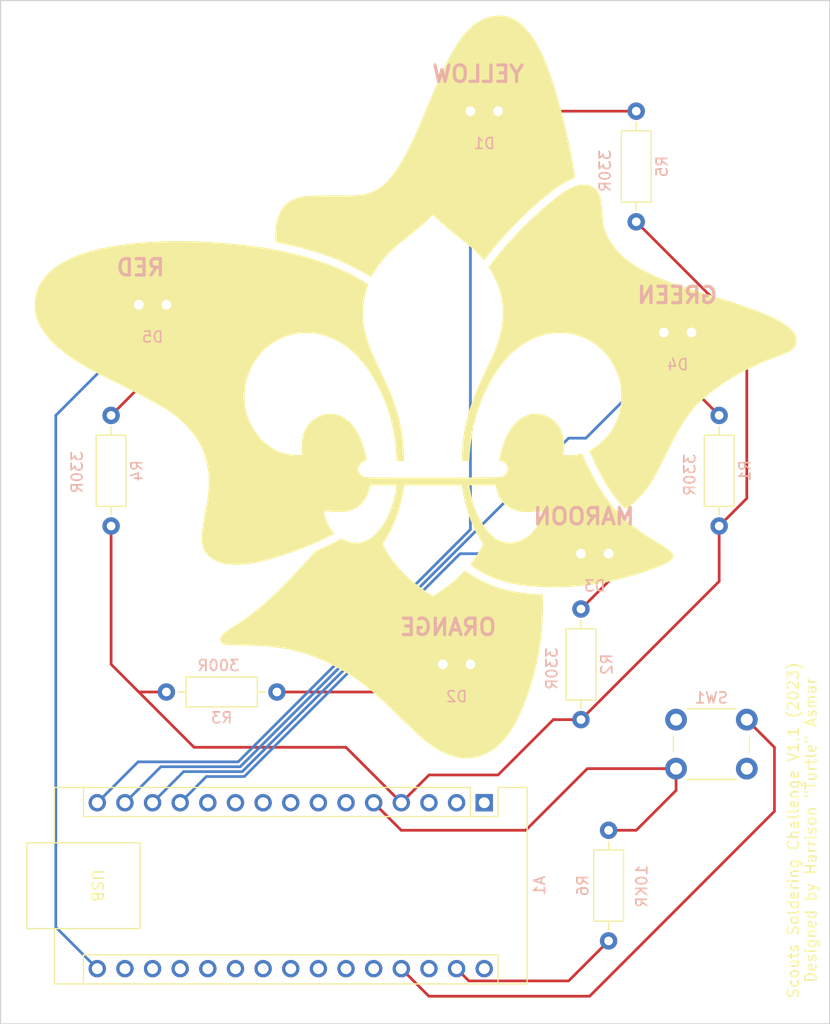
<source format=kicad_pcb>
(kicad_pcb (version 20221018) (generator pcbnew)
  (layers (0 "F.Cu" signal) (31 "B.Cu" signal) (34 "B.Paste" user) (35 "F.Paste" user) (36 "B.SilkS" user "B.Silkscreen") (37 "F.SilkS" user "F.Silkscreen") (38 "B.Mask" user) (39 "F.Mask" user) (44 "Edge.Cuts" user))
  (net 0 "")
  (net 4 "Net-(A1-GND-Pad4)")
  (net 5 "Net-(A1-D2)")
  (net 12 "Net-(A1-D9)")
  (net 13 "Net-(A1-D10)")
  (net 14 "Net-(A1-D11)")
  (net 15 "Net-(A1-D12)")
  (net 16 "Net-(A1-D13)")
  (net 27 "Net-(A1-+5V)")
  (net 29 "Net-(A1-GND-Pad29)")
  (net 31 "Net-(D1-K)")
  (net 32 "Net-(D2-K)")
  (net 33 "Net-(D3-K)")
  (net 34 "Net-(D4-K)")
  (net 35 "Net-(D5-K)")
  (footprint "Resistor_THT:R_Axial_DIN0207_L6.3mm_D2.5mm_P10.16mm_Horizontal" (layer "F.Cu") (at 182.88 86.36 -90)
    (fp_text reference "R1" (at 5.08 -2.37 -270) (layer "B.SilkS") (effects (justify mirror)))
    (fp_text value "330R")
    (fp_line (start 1.04 0) (end 1.81 0) (stroke (width 0.12)) (layer "F.SilkS"))
    (fp_line (start 1.81 -1.37) (end 1.81 1.37) (stroke (width 0.12)) (layer "F.SilkS"))
    (fp_line (start 1.81 1.37) (end 8.35 1.37) (stroke (width 0.12)) (layer "F.SilkS"))
    (fp_line (start 8.35 -1.37) (end 1.81 -1.37) (stroke (width 0.12)) (layer "F.SilkS"))
    (fp_line (start 8.35 1.37) (end 8.35 -1.37) (stroke (width 0.12)) (layer "F.SilkS"))
    (fp_line (start 9.12 0) (end 8.35 0) (stroke (width 0.12)) (layer "F.SilkS"))
    (pad "1" thru_hole circle (at 0 0 270) (size 1.6 1.6) (drill 0.8) (layers "*.Cu" "*.Mask") (net 34 "Net-(D4-K)"))
    (pad "2" thru_hole oval (at 10.16 0 270) (size 1.6 1.6) (drill 0.8) (layers "*.Cu" "*.Mask") (net 4 "Net-(A1-GND-Pad4)"))
  )
  (footprint "Resistor_THT:R_Axial_DIN0207_L6.3mm_D2.5mm_P10.16mm_Horizontal" (layer "F.Cu") (at 175.26 58.42 -90)
    (fp_text reference "R5" (at 5.08 -2.37 -270) (layer "B.SilkS") (effects (justify mirror)))
    (fp_text value "330R")
    (fp_line (start 1.04 0) (end 1.81 0) (stroke (width 0.12)) (layer "F.SilkS"))
    (fp_line (start 1.81 -1.37) (end 1.81 1.37) (stroke (width 0.12)) (layer "F.SilkS"))
    (fp_line (start 1.81 1.37) (end 8.35 1.37) (stroke (width 0.12)) (layer "F.SilkS"))
    (fp_line (start 8.35 -1.37) (end 1.81 -1.37) (stroke (width 0.12)) (layer "F.SilkS"))
    (fp_line (start 8.35 1.37) (end 8.35 -1.37) (stroke (width 0.12)) (layer "F.SilkS"))
    (fp_line (start 9.12 0) (end 8.35 0) (stroke (width 0.12)) (layer "F.SilkS"))
    (pad "1" thru_hole circle (at 0 0 270) (size 1.6 1.6) (drill 0.8) (layers "*.Cu" "*.Mask") (net 31 "Net-(D1-K)"))
    (pad "2" thru_hole oval (at 10.16 0 270) (size 1.6 1.6) (drill 0.8) (layers "*.Cu" "*.Mask") (net 4 "Net-(A1-GND-Pad4)"))
  )
  (footprint "Resistor_THT:R_Axial_DIN0207_L6.3mm_D2.5mm_P10.16mm_Horizontal" (layer "F.Cu") (at 142.24 111.76 180)
    (fp_text reference "R3" (at 5.08 -2.37) (layer "B.SilkS") (effects (justify mirror)))
    (fp_text value "330R")
    (fp_line (start 1.04 0) (end 1.81 0) (stroke (width 0.12)) (layer "F.SilkS"))
    (fp_line (start 1.81 -1.37) (end 1.81 1.37) (stroke (width 0.12)) (layer "F.SilkS"))
    (fp_line (start 1.81 1.37) (end 8.35 1.37) (stroke (width 0.12)) (layer "F.SilkS"))
    (fp_line (start 8.35 -1.37) (end 1.81 -1.37) (stroke (width 0.12)) (layer "F.SilkS"))
    (fp_line (start 8.35 1.37) (end 8.35 -1.37) (stroke (width 0.12)) (layer "F.SilkS"))
    (fp_line (start 9.12 0) (end 8.35 0) (stroke (width 0.12)) (layer "F.SilkS"))
    (pad "1" thru_hole circle (at 0 0 180) (size 1.6 1.6) (drill 0.8) (layers "*.Cu" "*.Mask") (net 32 "Net-(D2-K)"))
    (pad "2" thru_hole oval (at 10.16 0 180) (size 1.6 1.6) (drill 0.8) (layers "*.Cu" "*.Mask") (net 4 "Net-(A1-GND-Pad4)"))
  )
  (footprint "Resistor_THT:R_Axial_DIN0207_L6.3mm_D2.5mm_P10.16mm_Horizontal" (layer "F.Cu") (at 170.18 104.14 -90)
    (fp_text reference "R2" (at 5.08 -2.37 -270) (layer "B.SilkS") (effects (justify mirror)))
    (fp_text value "330R")
    (fp_line (start 1.04 0) (end 1.81 0) (stroke (width 0.12)) (layer "F.SilkS"))
    (fp_line (start 1.81 -1.37) (end 1.81 1.37) (stroke (width 0.12)) (layer "F.SilkS"))
    (fp_line (start 1.81 1.37) (end 8.35 1.37) (stroke (width 0.12)) (layer "F.SilkS"))
    (fp_line (start 8.35 -1.37) (end 1.81 -1.37) (stroke (width 0.12)) (layer "F.SilkS"))
    (fp_line (start 8.35 1.37) (end 8.35 -1.37) (stroke (width 0.12)) (layer "F.SilkS"))
    (fp_line (start 9.12 0) (end 8.35 0) (stroke (width 0.12)) (layer "F.SilkS"))
    (pad "1" thru_hole circle (at 0 0 270) (size 1.6 1.6) (drill 0.8) (layers "*.Cu" "*.Mask") (net 33 "Net-(D3-K)"))
    (pad "2" thru_hole oval (at 10.16 0 270) (size 1.6 1.6) (drill 0.8) (layers "*.Cu" "*.Mask") (net 4 "Net-(A1-GND-Pad4)"))
  )
  (footprint "Resistor_THT:R_Axial_DIN0207_L6.3mm_D2.5mm_P10.16mm_Horizontal" (layer "F.Cu") (at 127 86.36 -90)
    (fp_text reference "R4" (at 5.08 -2.37 -270) (layer "B.SilkS") (effects (justify mirror)))
    (fp_text value "330R")
    (fp_line (start 1.04 0) (end 1.81 0) (stroke (width 0.12)) (layer "F.SilkS"))
    (fp_line (start 1.81 -1.37) (end 1.81 1.37) (stroke (width 0.12)) (layer "F.SilkS"))
    (fp_line (start 1.81 1.37) (end 8.35 1.37) (stroke (width 0.12)) (layer "F.SilkS"))
    (fp_line (start 8.35 -1.37) (end 1.81 -1.37) (stroke (width 0.12)) (layer "F.SilkS"))
    (fp_line (start 8.35 1.37) (end 8.35 -1.37) (stroke (width 0.12)) (layer "F.SilkS"))
    (fp_line (start 9.12 0) (end 8.35 0) (stroke (width 0.12)) (layer "F.SilkS"))
    (pad "1" thru_hole circle (at 0 0 270) (size 1.6 1.6) (drill 0.8) (layers "*.Cu" "*.Mask") (net 35 "Net-(D5-K)"))
    (pad "2" thru_hole oval (at 10.16 0 270) (size 1.6 1.6) (drill 0.8) (layers "*.Cu" "*.Mask") (net 4 "Net-(A1-GND-Pad4)"))
  )
  (footprint "Resistor_THT:R_Axial_DIN0207_L6.3mm_D2.5mm_P10.16mm_Horizontal" (layer "F.Cu") (at 172.72 134.62 90)
    (fp_text reference "R6" (at 5.08 -2.37 90) (layer "B.SilkS") (effects (justify mirror)))
    (fp_text value "10KR")
    (fp_line (start 1.04 0) (end 1.81 0) (stroke (width 0.12)) (layer "F.SilkS"))
    (fp_line (start 1.81 -1.37) (end 1.81 1.37) (stroke (width 0.12)) (layer "F.SilkS"))
    (fp_line (start 1.81 1.37) (end 8.35 1.37) (stroke (width 0.12)) (layer "F.SilkS"))
    (fp_line (start 8.35 -1.37) (end 1.81 -1.37) (stroke (width 0.12)) (layer "F.SilkS"))
    (fp_line (start 8.35 1.37) (end 8.35 -1.37) (stroke (width 0.12)) (layer "F.SilkS"))
    (fp_line (start 9.12 0) (end 8.35 0) (stroke (width 0.12)) (layer "F.SilkS"))
    (pad "1" thru_hole circle (at 0 0 90) (size 1.6 1.6) (drill 0.8) (layers "*.Cu" "*.Mask") (net 29 "Net-(A1-GND-Pad29)"))
    (pad "2" thru_hole oval (at 10.16 0 90) (size 1.6 1.6) (drill 0.8) (layers "*.Cu" "*.Mask") (net 5 "Net-(A1-D2)"))
  )
  (footprint "LED_THT:LED_D3.0mm" (layer "F.Cu") (at 132.08 76.2 180)
    (fp_text reference "D5" (at 1.27 -2.96) (layer "B.SilkS") (effects (justify mirror)))
    (fp_text value "RED LED")
    (fp_line (start -0.29 -1.236) (end -0.29 -1.08) (stroke (width 0.12)) (layer "F.SilkS"))
    (fp_line (start -0.29 1.08) (end -0.29 1.236) (stroke (width 0.12)) (layer "F.SilkS"))
    (fp_arc (start -0.29 -1.235516) (mid 1.366487 -1.987659) (end 2.942335 -1.078608) (stroke (width 0.12)) (layer "F.SilkS"))
    (fp_arc (start 0.229039 -1.08) (mid 1.270117 -1.5) (end 2.31113 -1.079837) (stroke (width 0.12)) (layer "F.SilkS"))
    (fp_arc (start 2.31113 1.079837) (mid 1.270117 1.5) (end 0.229039 1.08) (stroke (width 0.12)) (layer "F.SilkS"))
    (fp_arc (start 2.942335 1.078608) (mid 1.366487 1.987659) (end -0.29 1.235516) (stroke (width 0.12)) (layer "F.SilkS"))
    (pad "1" thru_hole rect (at 0 0 180) (size 1.8 1.8) (drill 0.9) (layers "*.Cu" "*.Mask") (net 35 "Net-(D5-K)"))
    (pad "2" thru_hole circle (at 2.54 0 180) (size 1.8 1.8) (drill 0.9) (layers "*.Cu" "*.Mask") (net 16 "Net-(A1-D13)"))
  )
  (footprint "LED_THT:LED_D3.0mm" (layer "F.Cu") (at 180.34 78.74 180)
    (fp_text reference "D4" (at 1.27 -2.96) (layer "B.SilkS") (effects (justify mirror)))
    (fp_text value "GREEN LED")
    (fp_line (start -0.29 -1.236) (end -0.29 -1.08) (stroke (width 0.12)) (layer "F.SilkS"))
    (fp_line (start -0.29 1.08) (end -0.29 1.236) (stroke (width 0.12)) (layer "F.SilkS"))
    (fp_arc (start -0.29 -1.235516) (mid 1.366487 -1.987659) (end 2.942335 -1.078608) (stroke (width 0.12)) (layer "F.SilkS"))
    (fp_arc (start 0.229039 -1.08) (mid 1.270117 -1.5) (end 2.31113 -1.079837) (stroke (width 0.12)) (layer "F.SilkS"))
    (fp_arc (start 2.31113 1.079837) (mid 1.270117 1.5) (end 0.229039 1.08) (stroke (width 0.12)) (layer "F.SilkS"))
    (fp_arc (start 2.942335 1.078608) (mid 1.366487 1.987659) (end -0.29 1.235516) (stroke (width 0.12)) (layer "F.SilkS"))
    (pad "1" thru_hole rect (at 0 0 180) (size 1.8 1.8) (drill 0.9) (layers "*.Cu" "*.Mask") (net 34 "Net-(D4-K)"))
    (pad "2" thru_hole circle (at 2.54 0 180) (size 1.8 1.8) (drill 0.9) (layers "*.Cu" "*.Mask") (net 14 "Net-(A1-D11)"))
  )
  (footprint "LED_THT:LED_D3.0mm" (layer "F.Cu") (at 162.56 58.42 180)
    (fp_text reference "D1" (at 1.27 -2.96) (layer "B.SilkS") (effects (justify mirror)))
    (fp_text value "YELLOW LED")
    (fp_line (start -0.29 -1.236) (end -0.29 -1.08) (stroke (width 0.12)) (layer "F.SilkS"))
    (fp_line (start -0.29 1.08) (end -0.29 1.236) (stroke (width 0.12)) (layer "F.SilkS"))
    (fp_arc (start -0.29 -1.235516) (mid 1.366487 -1.987659) (end 2.942335 -1.078608) (stroke (width 0.12)) (layer "F.SilkS"))
    (fp_arc (start 0.229039 -1.08) (mid 1.270117 -1.5) (end 2.31113 -1.079837) (stroke (width 0.12)) (layer "F.SilkS"))
    (fp_arc (start 2.31113 1.079837) (mid 1.270117 1.5) (end 0.229039 1.08) (stroke (width 0.12)) (layer "F.SilkS"))
    (fp_arc (start 2.942335 1.078608) (mid 1.366487 1.987659) (end -0.29 1.235516) (stroke (width 0.12)) (layer "F.SilkS"))
    (pad "1" thru_hole rect (at 0 0 180) (size 1.8 1.8) (drill 0.9) (layers "*.Cu" "*.Mask") (net 31 "Net-(D1-K)"))
    (pad "2" thru_hole circle (at 2.54 0 180) (size 1.8 1.8) (drill 0.9) (layers "*.Cu" "*.Mask") (net 15 "Net-(A1-D12)"))
  )
  (footprint "Module:Arduino_Nano" (layer "F.Cu") (at 161.29 121.93 -90)
    (fp_text reference "A1" (at 7.62 -5.08 -270) (layer "B.SilkS") (effects (justify mirror)))
    (fp_text value "Arduino_Nano_v2.x")
    (fp_text user "USB" (at 7.62 35.56 -90 unlocked) (layer "F.SilkS"))
    (fp_line (start -1.4 -3.94) (end -1.4 -1.27) (stroke (width 0.12)) (layer "F.SilkS"))
    (fp_line (start -1.4 1.27) (end -1.4 39.5) (stroke (width 0.12)) (layer "F.SilkS"))
    (fp_line (start -1.4 39.5) (end 3.68 39.5) (stroke (width 0.12)) (layer "F.SilkS"))
    (fp_line (start 1.27 -1.27) (end -1.4 -1.27) (stroke (width 0.12)) (layer "F.SilkS"))
    (fp_line (start 1.27 1.27) (end -1.4 1.27) (stroke (width 0.12)) (layer "F.SilkS"))
    (fp_line (start 1.27 1.27) (end 1.27 -1.27) (stroke (width 0.12)) (layer "F.SilkS"))
    (fp_line (start 1.27 1.27) (end 1.27 36.83) (stroke (width 0.12)) (layer "F.SilkS"))
    (fp_line (start 1.27 36.83) (end -1.4 36.83) (stroke (width 0.12)) (layer "F.SilkS"))
    (fp_line (start 3.68 31.62) (end 11.56 31.62) (stroke (width 0.12)) (layer "F.SilkS"))
    (fp_line (start 3.68 42.04) (end 3.68 31.62) (stroke (width 0.12)) (layer "F.SilkS"))
    (fp_line (start 11.56 31.62) (end 11.56 42.04) (stroke (width 0.12)) (layer "F.SilkS"))
    (fp_line (start 11.56 42.04) (end 3.68 42.04) (stroke (width 0.12)) (layer "F.SilkS"))
    (fp_line (start 13.97 -1.27) (end 13.97 36.83) (stroke (width 0.12)) (layer "F.SilkS"))
    (fp_line (start 13.97 -1.27) (end 16.64 -1.27) (stroke (width 0.12)) (layer "F.SilkS"))
    (fp_line (start 13.97 36.83) (end 16.64 36.83) (stroke (width 0.12)) (layer "F.SilkS"))
    (fp_line (start 16.64 -3.94) (end -1.4 -3.94) (stroke (width 0.12)) (layer "F.SilkS"))
    (fp_line (start 16.64 39.5) (end 11.56 39.5) (stroke (width 0.12)) (layer "F.SilkS"))
    (fp_line (start 16.64 39.5) (end 16.64 -3.94) (stroke (width 0.12)) (layer "F.SilkS"))
    (pad "1" thru_hole rect (at 0 0 270) (size 1.6 1.6) (drill 1) (layers "*.Cu" "*.Mask"))
    (pad "2" thru_hole oval (at 0 2.54 270) (size 1.6 1.6) (drill 1) (layers "*.Cu" "*.Mask"))
    (pad "3" thru_hole oval (at 0 5.08 270) (size 1.6 1.6) (drill 1) (layers "*.Cu" "*.Mask"))
    (pad "4" thru_hole oval (at 0 7.62 270) (size 1.6 1.6) (drill 1) (layers "*.Cu" "*.Mask") (net 4 "Net-(A1-GND-Pad4)"))
    (pad "5" thru_hole oval (at 0 10.16 270) (size 1.6 1.6) (drill 1) (layers "*.Cu" "*.Mask") (net 5 "Net-(A1-D2)"))
    (pad "6" thru_hole oval (at 0 12.7 270) (size 1.6 1.6) (drill 1) (layers "*.Cu" "*.Mask"))
    (pad "7" thru_hole oval (at 0 15.24 270) (size 1.6 1.6) (drill 1) (layers "*.Cu" "*.Mask"))
    (pad "8" thru_hole oval (at 0 17.78 270) (size 1.6 1.6) (drill 1) (layers "*.Cu" "*.Mask"))
    (pad "9" thru_hole oval (at 0 20.32 270) (size 1.6 1.6) (drill 1) (layers "*.Cu" "*.Mask"))
    (pad "10" thru_hole oval (at 0 22.86 270) (size 1.6 1.6) (drill 1) (layers "*.Cu" "*.Mask"))
    (pad "11" thru_hole oval (at 0 25.4 270) (size 1.6 1.6) (drill 1) (layers "*.Cu" "*.Mask"))
    (pad "12" thru_hole oval (at 0 27.94 270) (size 1.6 1.6) (drill 1) (layers "*.Cu" "*.Mask") (net 12 "Net-(A1-D9)"))
    (pad "13" thru_hole oval (at 0 30.48 270) (size 1.6 1.6) (drill 1) (layers "*.Cu" "*.Mask") (net 13 "Net-(A1-D10)"))
    (pad "14" thru_hole oval (at 0 33.02 270) (size 1.6 1.6) (drill 1) (layers "*.Cu" "*.Mask") (net 14 "Net-(A1-D11)"))
    (pad "15" thru_hole oval (at 0 35.56 270) (size 1.6 1.6) (drill 1) (layers "*.Cu" "*.Mask") (net 15 "Net-(A1-D12)"))
    (pad "16" thru_hole oval (at 15.24 35.56 270) (size 1.6 1.6) (drill 1) (layers "*.Cu" "*.Mask") (net 16 "Net-(A1-D13)"))
    (pad "17" thru_hole oval (at 15.24 33.02 270) (size 1.6 1.6) (drill 1) (layers "*.Cu" "*.Mask"))
    (pad "18" thru_hole oval (at 15.24 30.48 270) (size 1.6 1.6) (drill 1) (layers "*.Cu" "*.Mask"))
    (pad "19" thru_hole oval (at 15.24 27.94 270) (size 1.6 1.6) (drill 1) (layers "*.Cu" "*.Mask"))
    (pad "20" thru_hole oval (at 15.24 25.4 270) (size 1.6 1.6) (drill 1) (layers "*.Cu" "*.Mask"))
    (pad "21" thru_hole oval (at 15.24 22.86 270) (size 1.6 1.6) (drill 1) (layers "*.Cu" "*.Mask"))
    (pad "22" thru_hole oval (at 15.24 20.32 270) (size 1.6 1.6) (drill 1) (layers "*.Cu" "*.Mask"))
    (pad "23" thru_hole oval (at 15.24 17.78 270) (size 1.6 1.6) (drill 1) (layers "*.Cu" "*.Mask"))
    (pad "24" thru_hole oval (at 15.24 15.24 270) (size 1.6 1.6) (drill 1) (layers "*.Cu" "*.Mask"))
    (pad "25" thru_hole oval (at 15.24 12.7 270) (size 1.6 1.6) (drill 1) (layers "*.Cu" "*.Mask"))
    (pad "26" thru_hole oval (at 15.24 10.16 270) (size 1.6 1.6) (drill 1) (layers "*.Cu" "*.Mask"))
    (pad "27" thru_hole oval (at 15.24 7.62 270) (size 1.6 1.6) (drill 1) (layers "*.Cu" "*.Mask") (net 27 "Net-(A1-+5V)"))
    (pad "28" thru_hole oval (at 15.24 5.08 270) (size 1.6 1.6) (drill 1) (layers "*.Cu" "*.Mask"))
    (pad "29" thru_hole oval (at 15.24 2.54 270) (size 1.6 1.6) (drill 1) (layers "*.Cu" "*.Mask") (net 29 "Net-(A1-GND-Pad29)"))
    (pad "30" thru_hole oval (at 15.24 0 270) (size 1.6 1.6) (drill 1) (layers "*.Cu" "*.Mask"))
  )
  (footprint "Button_Switch_THT:SW_PUSH_6mm" (layer "F.Cu") (at 178.92 114.3)
    (fp_text reference "SW1" (at 3.25 -2) (layer "B.SilkS") (effects (justify mirror)))
    (fp_text value "SW_Push")
    (fp_line (start -0.25 1.5) (end -0.25 3) (stroke (width 0.12)) (layer "F.SilkS"))
    (fp_line (start 1 5.5) (end 5.5 5.5) (stroke (width 0.12)) (layer "F.SilkS"))
    (fp_line (start 5.5 -1) (end 1 -1) (stroke (width 0.12)) (layer "F.SilkS"))
    (fp_line (start 6.75 3) (end 6.75 1.5) (stroke (width 0.12)) (layer "F.SilkS"))
    (pad "1" thru_hole circle (at 0 0 90) (size 2 2) (drill 1.1) (layers "*.Cu" "*.Mask") (net 27 "Net-(A1-+5V)"))
    (pad "1" thru_hole circle (at 6.5 0 90) (size 2 2) (drill 1.1) (layers "*.Cu" "*.Mask") (net 27 "Net-(A1-+5V)"))
    (pad "2" thru_hole circle (at 0 4.5 90) (size 2 2) (drill 1.1) (layers "*.Cu" "*.Mask") (net 5 "Net-(A1-D2)"))
    (pad "2" thru_hole circle (at 6.5 4.5 90) (size 2 2) (drill 1.1) (layers "*.Cu" "*.Mask") (net 5 "Net-(A1-D2)"))
  )
  (footprint "LED_THT:LED_D3.0mm" (layer "F.Cu") (at 160.02 109.22 180)
    (fp_text reference "D2" (at 1.27 -2.96) (layer "B.SilkS") (effects (justify mirror)))
    (fp_text value "ORANGE LED")
    (fp_line (start -0.29 -1.236) (end -0.29 -1.08) (stroke (width 0.12)) (layer "F.SilkS"))
    (fp_line (start -0.29 1.08) (end -0.29 1.236) (stroke (width 0.12)) (layer "F.SilkS"))
    (fp_arc (start -0.29 -1.235516) (mid 1.366487 -1.987659) (end 2.942335 -1.078608) (stroke (width 0.12)) (layer "F.SilkS"))
    (fp_arc (start 0.229039 -1.08) (mid 1.270117 -1.5) (end 2.31113 -1.079837) (stroke (width 0.12)) (layer "F.SilkS"))
    (fp_arc (start 2.31113 1.079837) (mid 1.270117 1.5) (end 0.229039 1.08) (stroke (width 0.12)) (layer "F.SilkS"))
    (fp_arc (start 2.942335 1.078608) (mid 1.366487 1.987659) (end -0.29 1.235516) (stroke (width 0.12)) (layer "F.SilkS"))
    (pad "1" thru_hole rect (at 0 0 180) (size 1.8 1.8) (drill 0.9) (layers "*.Cu" "*.Mask") (net 32 "Net-(D2-K)"))
    (pad "2" thru_hole circle (at 2.54 0 180) (size 1.8 1.8) (drill 0.9) (layers "*.Cu" "*.Mask") (net 12 "Net-(A1-D9)"))
  )
  (footprint "LOGO" (layer "F.Cu") (at 154.94 83.82)
    (fp_text reference "G***" hide)
    (fp_text value "LOGO" hide)
    (fp_poly (pts (xy 8.056055 -34.174768) (xy 8.617099 -34.056656) (xy 9.153495 -33.822443) (xy 9.670926 -33.470609) (xy 9.935612 -33.23951) (xy 10.326372 -32.832045) (xy 10.701387 -32.357124) (xy 11.063061 -31.809205) (xy 11.413796 -31.182747) (xy 11.755997 -30.472207) (xy 12.092068 -29.672044) (xy 12.424412 -28.776716) (xy 12.755433 -27.78068) (xy 13.087535 -26.678395) (xy 13.423121 -25.464319) (xy 13.596951 -24.798104) (xy 13.722177 -24.294874) (xy 13.85122 -23.749884) (xy 13.981038 -23.178255) (xy 14.108593 -22.595109) (xy 14.230842 -22.015569) (xy 14.344747 -21.454755) (xy 14.447267 -20.92779) (xy 14.53536 -20.449795) (xy 14.605988 -20.035893) (xy 14.65611 -19.701205) (xy 14.682684 -19.460853) (xy 14.686192 -19.380504) (xy 14.671883 -19.294203) (xy 14.61244 -19.22705) (xy 14.48322 -19.160634) (xy 14.297418 -19.090039) (xy 13.926742 -18.923967) (xy 13.491111 -18.671765) (xy 12.999943 -18.341959) (xy 12.462657 -17.943075) (xy 11.888671 -17.483639) (xy 11.287403 -16.972176) (xy 10.668271 -16.417213) (xy 10.040695 -15.827276) (xy 9.414092 -15.21089) (xy 8.797882 -14.576582) (xy 8.201481 -13.932877) (xy 7.634309 -13.288301) (xy 7.105783 -12.651381) (xy 6.906045 -12.399052) (xy 6.712388 -12.15424) (xy 6.543641 -11.94746) (xy 6.413923 -11.795513) (xy 6.337352 -11.715201) (xy 6.324392 -11.706872) (xy 6.269554 -11.749389) (xy 6.155408 -11.863933) (xy 6.000826 -12.030992) (xy 5.887783 -12.158294) (xy 5.760597 -12.300204) (xy 5.629664 -12.437234) (xy 5.483489 -12.579296) (xy 5.310581 -12.7363) (xy 5.099448 -12.918157) (xy 4.838596 -13.134779) (xy 4.516535 -13.396077) (xy 4.12177 -13.711961) (xy 3.671564 -14.069554) (xy 3.340911 -14.337093) (xy 2.97572 -14.641489) (xy 2.617382 -14.947743) (xy 2.307292 -15.220857) (xy 2.269114 -15.255337) (xy 1.619033 -15.844811) (xy 1.155607 -15.397012) (xy 0.820944 -15.08437) (xy 0.4374 -14.74706) (xy -0.007625 -14.374542) (xy -0.526733 -13.95628) (xy -1.132524 -13.481735) (xy -1.160751 -13.459874) (xy -1.793981 -12.932467) (xy -2.384138 -12.367785) (xy -2.915236 -11.783884) (xy -3.371288 -11.198819) (xy -3.736309 -10.630645) (xy -3.845333 -10.427843) (xy -3.935756 -10.278403) (xy -4.018496 -10.188763) (xy -4.048972 -10.176821) (xy -4.135382 -10.209715) (xy -4.287614 -10.290794) (xy -4.454028 -10.390933) (xy -4.697214 -10.534476) (xy -5.025044 -10.713377) (xy -5.411835 -10.914841) (xy -5.831904 -11.126073) (xy -6.259566 -11.334279) (xy -6.669137 -11.526664) (xy -7.034934 -11.690433) (xy -7.216354 -11.767034) (xy -8.160261 -12.125511) (xy -9.192384 -12.466415) (xy -10.280826 -12.780239) (xy -11.393696 -13.057475) (xy -11.96678 -13.183048) (xy -12.263425 -13.24719) (xy -12.516714 -13.306249) (xy -12.703716 -13.354558) (xy -12.801497 -13.386449) (xy -12.809434 -13.39131) (xy -12.832803 -13.476678) (xy -12.844032 -13.655833) (xy -12.844281 -13.90292) (xy -12.834707 -14.192083) (xy -12.81647 -14.497467) (xy -12.790727 -14.793218) (xy -12.758638 -15.053479) (xy -12.727131 -15.227962) (xy -12.545497 -15.836596) (xy -12.294519 -16.348694) (xy -11.968886 -16.769655) (xy -11.563289 -17.104878) (xy -11.072418 -17.359761) (xy -10.490963 -17.539705) (xy -10.442891 -17.550475) (xy -10.3045 -17.577556) (xy -10.152081 -17.599772) (xy -9.972498 -17.617623) (xy -9.752615 -17.631605) (xy -9.479294 -17.642216) (xy -9.139399 -17.649953) (xy -8.719794 -17.655315) (xy -8.207343 -17.658799) (xy -7.588909 -17.660902) (xy -7.523696 -17.661049) (xy -6.902345 -17.662916) (xy -6.388294 -17.66591) (xy -5.968469 -17.670554) (xy -5.629791 -17.677372) (xy -5.359185 -17.686888) (xy -5.143575 -17.699626) (xy -4.969884 -17.71611) (xy -4.825035 -17.736864) (xy -4.695952 -17.762412) (xy -4.634597 -17.776815) (xy -4.097016 -17.94338) (xy -3.594935 -18.174944) (xy -3.121304 -18.478688) (xy -2.669072 -18.861793) (xy -2.231188 -19.33144) (xy -1.8006 -19.894809) (xy -1.370258 -20.559083) (xy -0.93311 -21.331442) (xy -0.695465 -21.788625) (xy -0.530137 -22.116915) (xy -0.379648 -22.420665) (xy -0.237812 -22.713759) (xy -0.098449 -23.010083) (xy 0.044626 -23.32352) (xy 0.197596 -23.667955) (xy 0.366643 -24.057274) (xy 0.557951 -24.505361) (xy 0.777702 -25.026101) (xy 1.032081 -25.633379) (xy 1.26118 -26.182464) (xy 1.479092 -26.702456) (xy 1.699944 -27.224209) (xy 1.915435 -27.728481) (xy 2.117267 -28.196033) (xy 2.297137 -28.607622) (xy 2.446746 -28.944008) (xy 2.546454 -29.161848) (xy 3.012966 -30.113033) (xy 3.46919 -30.94997) (xy 3.919682 -31.677873) (xy 4.369002 -32.301954) (xy 4.821707 -32.827425) (xy 5.282356 -33.259501) (xy 5.755507 -33.603392) (xy 6.245719 -33.864313) (xy 6.757548 -34.047475) (xy 6.837296 -34.068776) (xy 7.464681 -34.178302)) (fill solid) (layer "F.SilkS"))
    (fp_poly (pts (xy 15.899154 -18.625348) (xy 16.217101 -18.512882) (xy 16.48552 -18.349782) (xy 16.703565 -18.141085) (xy 16.876434 -17.874212) (xy 17.009325 -17.536581) (xy 17.107437 -17.115611) (xy 17.175969 -16.598721) (xy 17.213319 -16.101895) (xy 17.255809 -15.53253) (xy 17.312618 -15.076503) (xy 17.38455 -14.727531) (xy 17.39296 -14.69703) (xy 17.656502 -13.978483) (xy 18.028127 -13.302025) (xy 18.509105 -12.666329) (xy 19.100704 -12.070067) (xy 19.804194 -11.511912) (xy 20.620843 -10.990536) (xy 21.267552 -10.643212) (xy 21.664656 -10.449125) (xy 22.065221 -10.264355) (xy 22.481423 -10.084453) (xy 22.925438 -9.904969) (xy 23.409439 -9.721452) (xy 23.945603 -9.529452) (xy 24.546104 -9.324521) (xy 25.223117 -9.102207) (xy 25.988818 -8.858061) (xy 26.855382 -8.587632) (xy 27.089855 -8.515198) (xy 28.143553 -8.186265) (xy 29.089195 -7.882349) (xy 29.935739 -7.600198) (xy 30.69214 -7.336556) (xy 31.367354 -7.088169) (xy 31.970339 -6.851782) (xy 32.510051 -6.624141) (xy 32.995446 -6.401992) (xy 33.252728 -6.275834) (xy 33.817035 -5.958707) (xy 34.281024 -5.627715) (xy 34.641749 -5.287323) (xy 34.896264 -4.941996) (xy 35.041626 -4.596199) (xy 35.074888 -4.254396) (xy 34.993105 -3.921053) (xy 34.910476 -3.762694) (xy 34.785115 -3.597585) (xy 34.615728 -3.447742) (xy 34.386513 -3.304165) (xy 34.081669 -3.157851) (xy 33.685394 -2.999798) (xy 33.374167 -2.88751) (xy 32.041478 -2.376094) (xy 30.763936 -1.797269) (xy 29.553797 -1.157981) (xy 28.423315 -0.465176) (xy 27.384745 0.274198) (xy 26.498664 1.009581) (xy 26.104597 1.381452) (xy 25.734846 1.770352) (xy 25.381305 2.188299) (xy 25.035872 2.647316) (xy 24.690442 3.159424) (xy 24.336911 3.736642) (xy 23.967175 4.390993) (xy 23.57313 5.134498) (xy 23.146673 5.979176) (xy 23.141876 5.988863) (xy 22.79957 6.675988) (xy 22.500115 7.266012) (xy 22.236027 7.771181) (xy 21.999818 8.203743) (xy 21.784003 8.575944) (xy 21.581094 8.900032) (xy 21.383607 9.188253) (xy 21.184053 9.452856) (xy 20.974948 9.706086) (xy 20.748805 9.960192) (xy 20.647438 10.069593) (xy 20.460257 10.257536) (xy 20.238729 10.461382) (xy 20.003375 10.664435) (xy 19.774715 10.850001) (xy 19.573271 11.001384) (xy 19.419564 11.101891) (xy 19.337786 11.135071) (xy 19.268765 11.093442) (xy 19.144683 10.983173) (xy 18.989782 10.826197) (xy 18.955267 10.788981) (xy 18.643504 10.425994) (xy 18.303359 9.990542) (xy 17.960515 9.517717) (xy 17.640657 9.042607) (xy 17.434516 8.711286) (xy 17.311264 8.495352) (xy 17.160806 8.217293) (xy 16.991829 7.894697) (xy 16.813016 7.545155) (xy 16.633052 7.186254) (xy 16.460623 6.835584) (xy 16.304412 6.510735) (xy 16.173104 6.229296) (xy 16.075385 6.008856) (xy 16.019938 5.867003) (xy 16.01057 5.827357) (xy 16.06023 5.760212) (xy 16.189505 5.664027) (xy 16.348038 5.57184) (xy 16.599081 5.412306) (xy 16.893879 5.180512) (xy 17.20539 4.901563) (xy 17.506573 4.600558) (xy 17.770388 4.302601) (xy 17.908343 4.123404) (xy 18.183553 3.685936) (xy 18.441961 3.180144) (xy 18.659136 2.657838) (xy 18.788354 2.257109) (xy 18.866659 1.861932) (xy 18.915198 1.387184) (xy 18.933974 0.869935) (xy 18.922992 0.347254) (xy 18.882256 -0.14379) (xy 18.81177 -0.566126) (xy 18.788038 -0.662085) (xy 18.640141 -1.118772) (xy 18.439386 -1.608396) (xy 18.2063 -2.086858) (xy 17.961409 -2.510059) (xy 17.853701 -2.669499) (xy 17.628686 -2.951212) (xy 17.340836 -3.265012) (xy 17.022785 -3.578788) (xy 16.70717 -3.860432) (xy 16.426628 -4.077835) (xy 16.41209 -4.087818) (xy 16.020977 -4.321002) (xy 15.557913 -4.544788) (xy 15.070773 -4.738245) (xy 14.607431 -4.880438) (xy 14.588568 -4.885133) (xy 14.029864 -4.982481) (xy 13.41113 -5.021959) (xy 12.777648 -5.004016) (xy 12.174697 -4.9291) (xy 11.850191 -4.857985) (xy 11.03056 -4.580481) (xy 10.246463 -4.18953) (xy 9.500431 -3.687449) (xy 8.794997 -3.076558) (xy 8.132692 -2.359176) (xy 7.516046 -1.537621) (xy 6.947593 -0.614213) (xy 6.69087 -0.132082) (xy 6.133725 1.089923) (xy 5.68914 2.342539) (xy 5.354882 3.633829) (xy 5.128722 4.971853) (xy 5.042 5.825977) (xy 4.971074 6.746504) (xy 4.637315 6.728821) (xy 4.303555 6.711138) (xy 4.313798 6.006866) (xy 4.38919 4.809088) (xy 4.580389 3.585285) (xy 4.886561 2.339215) (xy 5.306877 1.074634) (xy 5.530079 0.507704) (xy 5.642826 0.243376) (xy 5.796185 -0.103094) (xy 5.978254 -0.505525) (xy 6.177133 -0.937737) (xy 6.380921 -1.37355) (xy 6.48589 -1.595023) (xy 6.681034 -2.008262) (xy 6.871702 -2.418683) (xy 7.047498 -2.803402) (xy 7.198021 -3.139535) (xy 7.312873 -3.404198) (xy 7.361101 -3.52109) (xy 7.706779 -4.517691) (xy 7.937224 -5.483227) (xy 8.052638 -6.420782) (xy 8.053222 -7.333437) (xy 7.939178 -8.224275) (xy 7.723107 -9.058531) (xy 7.595007 -9.405576) (xy 7.422178 -9.808612) (xy 7.225674 -10.222815) (xy 7.02655 -10.603358) (xy 6.881629 -10.850086) (xy 6.732865 -11.085743) (xy 7.083139 -11.545662) (xy 7.633124 -12.240442) (xy 8.236314 -12.953207) (xy 8.880463 -13.672165) (xy 9.553327 -14.385523) (xy 10.242662 -15.081488) (xy 10.936224 -15.748267) (xy 11.621768 -16.374069) (xy 12.28705 -16.947099) (xy 12.919826 -17.455566) (xy 13.507852 -17.887676) (xy 14.002698 -18.21) (xy 14.501305 -18.461611) (xy 14.992808 -18.615968) (xy 15.463369 -18.671178)) (fill solid) (layer "F.SilkS"))
    (fp_poly (pts (xy -19.554355 -13.424149) (xy -18.009674 -13.332192) (xy -16.428918 -13.192711) (xy -15.709478 -13.11449) (xy -14.108695 -12.897908) (xy -12.564892 -12.624039) (xy -11.085826 -12.295249) (xy -9.679252 -11.913908) (xy -8.352924 -11.482383) (xy -7.1146 -11.003045) (xy -5.972034 -10.478261) (xy -4.93298 -9.9104) (xy -4.65022 -9.7368) (xy -4.456845 -9.609458) (xy -4.351432 -9.521386) (xy -4.31667 -9.45347) (xy -4.334431 -9.388112) (xy -4.401667 -9.22126) (xy -4.478879 -8.964362) (xy -4.559318 -8.646582) (xy -4.636234 -8.297085) (xy -4.702877 -7.945034) (xy -4.752497 -7.619596) (xy -4.762064 -7.540391) (xy -4.795314 -6.798899) (xy -4.738145 -6.001815) (xy -4.593859 -5.169095) (xy -4.365756 -4.320696) (xy -4.112131 -3.611374) (xy -4.003355 -3.350287) (xy -3.854068 -3.007774) (xy -3.676346 -2.610698) (xy -3.482265 -2.185919) (xy -3.283899 -1.760298) (xy -3.205674 -1.595023) (xy -2.904374 -0.95708) (xy -2.650867 -0.409608) (xy -2.437996 0.06403) (xy -2.258604 0.480468) (xy -2.105533 0.856341) (xy -1.971627 1.208285) (xy -1.849729 1.552936) (xy -1.843684 1.570679) (xy -1.490819 2.742873) (xy -1.241121 3.889133) (xy -1.08951 5.036196) (xy -1.041094 5.796522) (xy -1.005017 6.747783) (xy -1.36021 6.72946) (xy -1.715403 6.711138) (xy -1.72904 6.319905) (xy -1.815836 5.168903) (xy -1.992681 4.019928) (xy -2.254273 2.886076) (xy -2.595311 1.78044) (xy -3.010492 0.716113) (xy -3.494515 -0.29381) (xy -4.042077 -1.236237) (xy -4.647876 -2.098073) (xy -5.30661 -2.866226) (xy -5.547079 -3.108958) (xy -6.227323 -3.695861) (xy -6.9477 -4.17905) (xy -7.700047 -4.556412) (xy -8.476203 -4.825834) (xy -9.268005 -4.985206) (xy -10.067293 -5.032413) (xy -10.865904 -4.965344) (xy -11.655676 -4.781886) (xy -11.812955 -4.730666) (xy -12.544378 -4.418986) (xy -13.215679 -4.009957) (xy -13.820271 -3.514051) (xy -14.351567 -2.941739) (xy -14.80298 -2.303492) (xy -15.167923 -1.609781) (xy -15.439809 -0.871078) (xy -15.612052 -0.097854) (xy -15.678063 0.69942) (xy -15.648074 1.366) (xy -15.578125 1.887406) (xy -15.478122 2.33967) (xy -15.334689 2.772869) (xy -15.166976 3.167105) (xy -14.777013 3.89132) (xy -14.315616 4.520371) (xy -13.778385 5.059084) (xy -13.160917 5.512282) (xy -12.876344 5.678424) (xy -12.283743 5.947056) (xy -11.681287 6.106484) (xy -11.036114 6.165172) (xy -10.984597 6.165751) (xy -10.382701 6.169432) (xy -10.404655 5.496063) (xy -10.406568 5.038531) (xy -10.374445 4.659634) (xy -10.301351 4.32072) (xy -10.18035 3.983134) (xy -10.101518 3.806592) (xy -9.838466 3.379377) (xy -9.489317 3.013741) (xy -9.074038 2.720161) (xy -8.612593 2.50911) (xy -8.124948 2.391062) (xy -7.631068 2.376494) (xy -7.427344 2.403611) (xy -6.883264 2.562257) (xy -6.387724 2.828438) (xy -5.940183 3.202816) (xy -5.5401 3.686051) (xy -5.186935 4.278804) (xy -4.880148 4.981737) (xy -4.619198 5.795509) (xy -4.602554 5.856941) (xy -4.515255 6.201429) (xy -4.467044 6.446942) (xy -4.457817 6.608324) (xy -4.487471 6.700421) (xy -4.555901 6.738079) (xy -4.596385 6.741232) (xy -4.783663 6.794688) (xy -4.968642 6.933759) (xy -5.123125 7.1265) (xy -5.218918 7.340963) (xy -5.236493 7.466469) (xy -5.1804 7.719489) (xy -5.027704 7.947933) (xy -4.80178 8.11739) (xy -4.790567 8.122932) (xy -4.747595 8.142816) (xy -4.700931 8.160428) (xy -4.643422 8.175902) (xy -4.567914 8.189373) (xy -4.467252 8.200972) (xy -4.334283 8.210833) (xy -4.161853 8.21909) (xy -3.942807 8.225876) (xy -3.669992 8.231324) (xy -3.336255 8.235568) (xy -2.93444 8.238741) (xy -2.457394 8.240976) (xy -1.897963 8.242406) (xy -1.248993 8.243165) (xy -0.50333 8.243387) (xy 0.346179 8.243204) (xy 1.30669 8.24275) (xy 1.629075 8.242575) (xy 2.70001 8.241613) (xy 3.655662 8.239935) (xy 4.501123 8.23748) (xy 5.241487 8.234187) (xy 5.881848 8.229998) (xy 6.427298 8.224851) (xy 6.882932 8.218686) (xy 7.253843 8.211443) (xy 7.545124 8.203063) (xy 7.761868 8.193485) (xy 7.90917 8.182649) (xy 7.992122 8.170494) (xy 8.003129 8.167338) (xy 8.216358 8.036719) (xy 8.384112 7.828397) (xy 8.477056 7.583961) (xy 8.48673 7.481712) (xy 8.440492 7.208258) (xy 8.315195 6.977779) (xy 8.130964 6.814496) (xy 7.907928 6.742631) (xy 7.871442 6.741232) (xy 7.790937 6.737874) (xy 7.739461 6.716047) (xy 7.71713 6.658126) (xy 7.724059 6.546485) (xy 7.760362 6.363498) (xy 7.826157 6.091539) (xy 7.877009 5.889518) (xy 8.116832 5.094363) (xy 8.409543 4.39401) (xy 8.752569 3.791636) (xy 9.143341 3.290418) (xy 9.579285 2.893534) (xy 10.057832 2.604163) (xy 10.57641 2.425482) (xy 10.700071 2.400553) (xy 11.19799 2.371337) (xy 11.704131 2.449046) (xy 12.191274 2.625563) (xy 12.632198 2.892768) (xy 12.790285 3.02391) (xy 13.142379 3.414137) (xy 13.409404 3.872925) (xy 13.600056 4.415453) (xy 13.610481 4.455827) (xy 13.675549 4.767203) (xy 13.707341 5.075841) (xy 13.706661 5.416017) (xy 13.674316 5.822008) (xy 13.647938 6.049052) (xy 13.651333 6.112676) (xy 13.697689 6.150962) (xy 13.811703 6.172257) (xy 14.018069 6.184911) (xy 14.054266 6.186409) (xy 14.344804 6.182607) (xy 14.672416 6.155532) (xy 14.916013 6.119692) (xy 15.356434 6.035997) (xy 15.543605 6.463851) (xy 15.722147 6.854424) (xy 15.938165 7.299192) (xy 16.177654 7.771604) (xy 16.42661 8.245112) (xy 16.671029 8.693166) (xy 16.896907 9.089216) (xy 17.090241 9.406714) (xy 17.120718 9.453799) (xy 17.572016 10.114894) (xy 18.022043 10.712853) (xy 18.48516 11.260878) (xy 18.975731 11.772171) (xy 19.508119 12.259934) (xy 20.096686 12.73737) (xy 20.755796 13.217681) (xy 21.499811 13.71407) (xy 22.296839 14.211636) (xy 22.77253 14.506306) (xy 23.147974 14.753564) (xy 23.4296 14.961782) (xy 23.623835 15.139331) (xy 23.737109 15.294582) (xy 23.775847 15.435907) (xy 23.74648 15.571678) (xy 23.655433 15.710265) (xy 23.540231 15.830957) (xy 23.33448 15.983643) (xy 23.023806 16.155459) (xy 22.621341 16.342008) (xy 22.140219 16.538893) (xy 21.593574 16.741718) (xy 20.994539 16.946085) (xy 20.356248 17.147597) (xy 19.691835 17.341857) (xy 19.014433 17.52447) (xy 18.337176 17.691036) (xy 17.673198 17.83716) (xy 17.364692 17.898436) (xy 15.731475 18.154691) (xy 14.096651 18.300927) (xy 12.473806 18.336553) (xy 10.876522 18.260978) (xy 10.302049 18.205521) (xy 9.38544 18.080766) (xy 8.560572 17.91597) (xy 7.803638 17.704863) (xy 7.090835 17.441175) (xy 6.650948 17.243908) (xy 6.410328 17.121375) (xy 6.131025 16.967781) (xy 5.839223 16.798831) (xy 5.561108 16.630233) (xy 5.322867 16.477691) (xy 5.150684 16.356914) (xy 5.093942 16.310011) (xy 5.105212 16.244207) (xy 5.176914 16.105194) (xy 5.296372 15.9154) (xy 5.405097 15.759535) (xy 5.596663 15.482404) (xy 5.793462 15.176732) (xy 5.962275 14.894752) (xy 6.011123 14.806635) (xy 6.253729 14.355213) (xy 5.980729 13.933886) (xy 5.529275 13.146038) (xy 5.130552 12.261535) (xy 4.789445 11.294184) (xy 4.510837 10.25779) (xy 4.304024 9.193958) (xy 4.268005 8.968247) (xy 4.994312 8.968247) (xy 5.028894 9.224052) (xy 5.161584 9.951872) (xy 5.356947 10.664442) (xy 5.607339 11.347976) (xy 5.905111 11.988688) (xy 6.242617 12.572794) (xy 6.612211 13.086506) (xy 7.006246 13.51604) (xy 7.417074 13.847609) (xy 7.676898 13.997952) (xy 8.170504 14.174533) (xy 8.68731 14.233971) (xy 9.221786 14.176024) (xy 9.561018 14.080551) (xy 10.070989 13.841308) (xy 10.532807 13.498936) (xy 10.933764 13.065348) (xy 11.261151 12.55246) (xy 11.322524 12.429147) (xy 11.437019 12.163205) (xy 11.535043 11.891843) (xy 11.598792 11.665403) (xy 11.606558 11.625993) (xy 11.662395 11.304356) (xy 11.504065 11.340968) (xy 11.382491 11.358347) (xy 11.171166 11.378046) (xy 10.900619 11.397558) (xy 10.62346 11.413297) (xy 10.24068 11.425909) (xy 9.940714 11.419301) (xy 9.687246 11.391533) (xy 9.494368 11.352974) (xy 8.936303 11.169949) (xy 8.463559 10.905401) (xy 8.078927 10.561322) (xy 7.785197 10.139705) (xy 7.778424 10.127022) (xy 7.672304 9.912978) (xy 7.59056 9.70744) (xy 7.518936 9.468775) (xy 7.443176 9.155351) (xy 7.438302 9.133768) (xy 7.401024 8.968247) (xy 6.197668 8.968247) (xy 4.994312 8.968247) (xy 4.268005 8.968247) (xy 1.622391 8.968247) (xy -1.023222 8.968247) (xy -1.023222 9.126206) (xy -1.039416 9.308869) (xy -1.084137 9.581486) (xy -1.151592 9.918625) (xy -1.23599 10.294856) (xy -1.331539 10.684747) (xy -1.432448 11.062869) (xy -1.532923 11.40379) (xy -1.56409 11.501032) (xy -1.752154 12.020457) (xy -1.979963 12.564629) (xy -2.230548 13.097314) (xy -2.486936 13.582277) (xy -2.713769 13.955775) (xy -2.967655 14.338802) (xy -2.806831 14.666716) (xy -2.531072 15.158631) (xy -2.17245 15.689166) (xy -1.750605 16.23382) (xy -1.285175 16.768091) (xy -0.795798 17.267476) (xy -0.515282 17.5257) (xy -0.15599 17.831896) (xy 0.225861 18.138229) (xy 0.606353 18.426878) (xy 0.961567 18.680023) (xy 1.267588 18.879846) (xy 1.422199 18.969183) (xy 1.670701 19.102234) (xy 2.288047 18.69125) (xy 2.762771 18.357568) (xy 3.245002 17.986896) (xy 3.701412 17.606372) (xy 4.098676 17.24313) (xy 4.241103 17.100982) (xy 4.393018 16.949414) (xy 4.51273 16.839439) (xy 4.576052 16.793177) (xy 4.577979 16.792891) (xy 4.640963 16.824483) (xy 4.780303 16.909671) (xy 4.973009 17.034073) (xy 5.121948 17.133154) (xy 5.895858 17.597296) (xy 6.747264 18.006723) (xy 7.639991 18.346348) (xy 8.537865 18.601084) (xy 8.757583 18.649464) (xy 9.068356 18.706237) (xy 9.451242 18.764749) (xy 9.875666 18.82145) (xy 10.311053 18.872789) (xy 10.726825 18.915218) (xy 11.092409 18.945186) (xy 11.377228 18.959143) (xy 11.429885 18.959716) (xy 11.728122 18.959716) (xy 11.74906 19.486375) (xy 11.755588 19.861525) (xy 11.750648 20.325127) (xy 11.735681 20.845948) (xy 11.712126 21.392754) (xy 11.681425 21.934313) (xy 11.645016 22.43939) (xy 11.604342 22.876753) (xy 11.585034 23.043124) (xy 11.432004 24.059701) (xy 11.22865 25.094719) (xy 10.980526 26.131351) (xy 10.693182 27.152766) (xy 10.372172 28.142136) (xy 10.023047 29.082631) (xy 9.651359 29.957421) (xy 9.262661 30.749679) (xy 8.862505 31.442573) (xy 8.763884 31.59446) (xy 8.489016 31.967862) (xy 8.160727 32.351055) (xy 7.804445 32.718545) (xy 7.445599 33.044842) (xy 7.109616 33.304455) (xy 6.966367 33.396463) (xy 6.298531 33.730084) (xy 5.62621 33.944158) (xy 4.945497 34.039515) (xy 4.252484 34.016985) (xy 4.124839 34.000286) (xy 3.513792 33.864272) (xy 2.871257 33.634492) (xy 2.224604 33.322187) (xy 1.695524 33.002483) (xy 1.444297 32.830528) (xy 1.196364 32.649682) (xy 0.941538 32.450919) (xy 0.66963 32.225213) (xy 0.370451 31.963538) (xy 0.033813 31.656869) (xy -0.350474 31.29618) (xy -0.792598 30.872445) (xy -1.302747 30.376638) (xy -1.626761 30.059414) (xy -2.325858 29.381013) (xy -2.959405 28.783375) (xy -3.540436 28.256075) (xy -4.081988 27.788688) (xy -4.597096 27.37079) (xy -5.098797 26.991955) (xy -5.600125 26.641758) (xy -6.114118 26.309776) (xy -6.653811 25.985582) (xy -6.891706 25.848995) (xy -8.011593 25.260102) (xy -9.113235 24.777081) (xy -10.217781 24.392053) (xy -11.346381 24.097139) (xy -11.887441 23.988099) (xy -12.320232 23.913258) (xy -12.740178 23.851327) (xy -13.167404 23.80065) (xy -13.622032 23.759571) (xy -14.124188 23.726434) (xy -14.693995 23.699584) (xy -15.351578 23.677364) (xy -15.811685 23.6652) (xy -16.320208 23.652401) (xy -16.72251 23.640715) (xy -17.032729 23.628906) (xy -17.264999 23.615743) (xy -17.433456 23.599989) (xy -17.552238 23.580412) (xy -17.635479 23.555779) (xy -17.697317 23.524854) (xy -17.737752 23.497087) (xy -17.891562 23.32117) (xy -17.933318 23.113693) (xy -17.863067 22.886955) (xy -17.734614 22.709119) (xy -17.657938 22.627205) (xy -17.576068 22.54882) (xy -17.47591 22.464523) (xy -17.344373 22.36487) (xy -17.168364 22.240421) (xy -16.934792 22.081731) (xy -16.630564 21.87936) (xy -16.242589 21.623865) (xy -16.100711 21.530722) (xy -15.480891 21.105969) (xy -14.865967 20.646585) (xy -14.242547 20.141064) (xy -13.597237 19.577903) (xy -12.916643 18.945598) (xy -12.187373 18.232645) (xy -11.76615 17.807557) (xy -11.416005 17.446399) (xy -11.044473 17.05562) (xy -10.675812 16.661255) (xy -10.334278 16.289341) (xy -10.044128 15.965912) (xy -9.948052 15.856137) (xy -9.689806 15.559158) (xy -9.492226 15.337694) (xy -9.337142 15.176291) (xy -9.206382 15.059492) (xy -9.081774 14.971842) (xy -8.945148 14.897887) (xy -8.778331 14.82217) (xy -8.684983 14.78186) (xy -8.408716 14.657855) (xy -8.073228 14.49966) (xy -7.725505 14.329752) (xy -7.475776 14.20343) (xy -6.795865 13.852806) (xy -6.469006 14.002447) (xy -5.95012 14.181693) (xy -5.440055 14.242451) (xy -4.942056 14.186481) (xy -4.459368 14.015544) (xy -3.995236 13.731402) (xy -3.552905 13.335814) (xy -3.135619 12.830543) (xy -2.746623 12.21735) (xy -2.572026 11.887441) (xy -2.381924 11.471259) (xy -2.202804 11.012569) (xy -2.042615 10.538057) (xy -1.909302 10.074407) (xy -1.810812 9.648304) (xy -1.755093 9.286432) (xy -1.745497 9.112072) (xy -1.745497 8.968247) (xy -2.937246 8.968247) (xy -4.128995 8.968247) (xy -4.201426 9.314337) (xy -4.371802 9.867026) (xy -4.633834 10.344501) (xy -4.983534 10.742134) (xy -5.416912 11.0553) (xy -5.882656 11.263662) (xy -6.087694 11.326362) (xy -6.287379 11.367573) (xy -6.516293 11.391491) (xy -6.809019 11.402309) (xy -7.04218 11.404287) (xy -7.363178 11.400867) (xy -7.66981 11.390343) (xy -7.925865 11.374384) (xy -8.086517 11.356184) (xy -8.378485 11.306444) (xy -8.335134 11.566848) (xy -8.220216 12.004599) (xy -8.02517 12.469107) (xy -7.769431 12.919464) (xy -7.546438 13.227096) (xy -7.387215 13.42315) (xy -8.313157 13.866676) (xy -9.219125 14.280387) (xy -10.163085 14.673794) (xy -11.123984 15.039808) (xy -12.080773 15.371339) (xy -13.012399 15.661296) (xy -13.89781 15.90259) (xy -14.715955 16.088129) (xy -15.137677 16.165165) (xy -15.595019 16.223016) (xy -16.086125 16.255626) (xy -16.577514 16.262947) (xy -17.035707 16.244931) (xy -17.427223 16.201529) (xy -17.594122 16.168725) (xy -18.159206 15.987928) (xy -18.641247 15.737976) (xy -18.89152 15.551894) (xy -19.14063 15.30519) (xy -19.335952 15.031054) (xy -19.478674 14.718684) (xy -19.569983 14.35728) (xy -19.611067 13.93604) (xy -19.603113 13.444166) (xy -19.54731 12.870854) (xy -19.444843 12.205306) (xy -19.327509 11.586493) (xy -19.172837 10.767417) (xy -19.060241 10.042696) (xy -18.988538 9.394346) (xy -18.956546 8.804385) (xy -18.963084 8.254828) (xy -19.006968 7.727692) (xy -19.052563 7.403318) (xy -19.239504 6.533878) (xy -19.511567 5.737151) (xy -19.877291 4.996188) (xy -20.345215 4.29404) (xy -20.92388 3.613758) (xy -21.004381 3.529461) (xy -21.279987 3.252573) (xy -21.558303 2.99199) (xy -21.848404 2.742079) (xy -22.159365 2.497209) (xy -22.50026 2.251749) (xy -22.880162 2.000066) (xy -23.308147 1.73653) (xy -23.793289 1.455509) (xy -24.344663 1.151371) (xy -24.971341 0.818484) (xy -25.6824 0.451218) (xy -26.486914 0.043941) (xy -27.175592 -0.300377) (xy -27.940661 -0.682877) (xy -28.608438 -1.020636) (xy -29.190518 -1.320238) (xy -29.698498 -1.588266) (xy -30.143976 -1.831304) (xy -30.538548 -2.055934) (xy -30.893811 -2.268741) (xy -31.221362 -2.476308) (xy -31.532797 -2.685218) (xy -31.839713 -2.902055) (xy -32.115011 -3.104463) (xy -32.857332 -3.705345) (xy -33.492582 -4.318799) (xy -34.017988 -4.941231) (xy -34.430778 -5.569051) (xy -34.728178 -6.198666) (xy -34.876471 -6.681042) (xy -34.937875 -7.065634) (xy -34.963851 -7.511634) (xy -34.954335 -7.967642) (xy -34.909263 -8.382259) (xy -34.8788 -8.535586) (xy -34.675863 -9.141962) (xy -34.360969 -9.729853) (xy -33.942349 -10.287551) (xy -33.428232 -10.803351) (xy -33.0921 -11.076769) (xy -32.448448 -11.500235) (xy -31.6967 -11.884619) (xy -30.842859 -12.229217) (xy -29.892925 -12.533326) (xy -28.852901 -12.796242) (xy -27.728788 -13.017261) (xy -26.526589 -13.19568) (xy -25.252305 -13.330796) (xy -23.911938 -13.421904) (xy -22.511489 -13.468301) (xy -21.056961 -13.469284)) (fill solid) (layer "F.SilkS"))
  )
  (footprint "LED_THT:LED_D3.0mm" (layer "F.Cu") (at 172.72 99.06 180)
    (fp_text reference "D3" (at 1.27 -2.96) (layer "B.SilkS") (effects (justify mirror)))
    (fp_text value "MAROON LED")
    (fp_line (start -0.29 -1.236) (end -0.29 -1.08) (stroke (width 0.12)) (layer "F.SilkS"))
    (fp_line (start -0.29 1.08) (end -0.29 1.236) (stroke (width 0.12)) (layer "F.SilkS"))
    (fp_arc (start -0.29 -1.235516) (mid 1.366487 -1.987659) (end 2.942335 -1.078608) (stroke (width 0.12)) (layer "F.SilkS"))
    (fp_arc (start 0.229039 -1.08) (mid 1.270117 -1.5) (end 2.31113 -1.079837) (stroke (width 0.12)) (layer "F.SilkS"))
    (fp_arc (start 2.31113 1.079837) (mid 1.270117 1.5) (end 0.229039 1.08) (stroke (width 0.12)) (layer "F.SilkS"))
    (fp_arc (start 2.942335 1.078608) (mid 1.366487 1.987659) (end -0.29 1.235516) (stroke (width 0.12)) (layer "F.SilkS"))
    (pad "1" thru_hole rect (at 0 0 180) (size 1.8 1.8) (drill 0.9) (layers "*.Cu" "*.Mask") (net 33 "Net-(D3-K)"))
    (pad "2" thru_hole circle (at 2.54 0 180) (size 1.8 1.8) (drill 0.9) (layers "*.Cu" "*.Mask") (net 13 "Net-(A1-D10)"))
  )
  (gr_rect (start 116.84 48.26) (end 193.04 142.24) (stroke (width 0.1)) (fill none) (layer "Edge.Cuts"))
  (gr_text "330R" (at 168.09163 107.588571 90) (layer "B.SilkS") (effects (font (size 1 1)) (justify left bottom mirror)))
  (gr_text "330R" (at 172.98379 61.874945 90) (layer "B.SilkS") (effects (font (size 1 1)) (justify left bottom mirror)))
  (gr_text "RED" (at 132.08 73.66) (layer "B.SilkS") (effects (font (size 1.5 1.5) (thickness 0.3) bold) (justify left bottom mirror)))
  (gr_text "YELLOW" (at 165.1 55.88) (layer "B.SilkS") (effects (font (size 1.5 1.5) (thickness 0.3) bold) (justify left bottom mirror)))
  (gr_text "MAROON" (at 175.26 96.52) (layer "B.SilkS") (effects (font (size 1.5 1.5) (thickness 0.3) bold) (justify left bottom mirror)))
  (gr_text "ORANGE" (at 162.56 106.68) (layer "B.SilkS") (effects (font (size 1.5 1.5) (thickness 0.3) bold) (justify left bottom mirror)))
  (gr_text "10KR" (at 176.352162 127.558208 90) (layer "B.SilkS") (effects (font (size 1 1)) (justify left bottom mirror)))
  (gr_text "330R" (at 124.46 89.543719 90) (layer "B.SilkS") (effects (font (size 1 1)) (justify left bottom mirror)))
  (gr_text "330R" (at 180.763126 89.784317 90) (layer "B.SilkS") (effects (font (size 1 1)) (justify left bottom mirror)))
  (gr_text "300R" (at 138.899068 109.914352) (layer "B.SilkS") (effects (font (size 1 1)) (justify left bottom mirror)))
  (gr_text "GREEN" (at 182.88 76.2) (layer "B.SilkS") (effects (font (size 1.5 1.5) (thickness 0.3) bold) (justify left bottom mirror)))
  (gr_text "Scouts Soldering Challenge V1.1 (2023)\nDesigned by Harrison {dblquote}Turtle{dblquote} Asmar" (at 190.5 124.46 90) (layer "F.SilkS") (effects (font (size 1 1))))
  (segment (start 185.42 78.74) (end 185.42 93.98) (width 0.25) (layer "F.Cu") (net 4))
  (segment (start 175.26 68.58) (end 185.42 78.74) (width 0.25) (layer "F.Cu") (net 4))
  (segment (start 156.22 119.38) (end 153.67 121.93) (width 0.25) (layer "F.Cu") (net 4))
  (segment (start 162.56 119.38) (end 156.22 119.38) (width 0.25) (layer "F.Cu") (net 4))
  (segment (start 132.08 111.76) (end 129.54 111.76) (width 0.25) (layer "F.Cu") (net 4))
  (segment (start 182.88 99.06) (end 182.88 101.6) (width 0.25) (layer "F.Cu") (net 4))
  (segment (start 182.88 96.52) (end 182.88 99.06) (width 0.25) (layer "F.Cu") (net 4))
  (segment (start 170.18 114.3) (end 167.64 114.3) (width 0.25) (layer "F.Cu") (net 4))
  (segment (start 185.42 93.98) (end 182.88 96.52) (width 0.25) (layer "F.Cu") (net 4))
  (segment (start 127 96.52) (end 127 109.22) (width 0.25) (layer "F.Cu") (net 4))
  (segment (start 167.64 114.3) (end 162.56 119.38) (width 0.25) (layer "F.Cu") (net 4))
  (segment (start 129.54 111.76) (end 134.62 116.84) (width 0.25) (layer "F.Cu") (net 4))
  (segment (start 182.88 101.6) (end 170.18 114.3) (width 0.25) (layer "F.Cu") (net 4))
  (segment (start 127 109.22) (end 129.54 111.76) (width 0.25) (layer "F.Cu") (net 4))
  (segment (start 134.62 116.84) (end 148.58 116.84) (width 0.25) (layer "F.Cu") (net 4))
  (segment (start 148.58 116.84) (end 153.67 121.93) (width 0.25) (layer "F.Cu") (net 4))
  (segment (start 165.1 124.46) (end 153.66 124.46) (width 0.25) (layer "F.Cu") (net 5))
  (segment (start 153.66 124.46) (end 151.13 121.93) (width 0.25) (layer "F.Cu") (net 5))
  (segment (start 178.92 118.8) (end 170.76 118.8) (width 0.25) (layer "F.Cu") (net 5))
  (segment (start 178.92 120.8) (end 178.92 118.8) (width 0.25) (layer "F.Cu") (net 5))
  (segment (start 170.76 118.8) (end 165.1 124.46) (width 0.25) (layer "F.Cu") (net 5))
  (segment (start 175.26 124.46) (end 178.92 120.8) (width 0.25) (layer "F.Cu") (net 5))
  (segment (start 172.72 124.46) (end 175.26 124.46) (width 0.25) (layer "F.Cu") (net 5))
  (segment (start 135.755 119.525) (end 133.35 121.93) (width 0.25) (layer "B.Cu") (net 12))
  (segment (start 149.544594 109.22) (end 139.239594 119.525) (width 0.25) (layer "B.Cu") (net 12))
  (segment (start 157.48 109.22) (end 149.544594 109.22) (width 0.25) (layer "B.Cu") (net 12))
  (segment (start 139.239594 119.525) (end 135.755 119.525) (width 0.25) (layer "B.Cu") (net 12))
  (segment (start 159.068198 99.06) (end 139.053198 119.075) (width 0.25) (layer "B.Cu") (net 13))
  (segment (start 133.665 119.075) (end 130.81 121.93) (width 0.25) (layer "B.Cu") (net 13))
  (segment (start 139.053198 119.075) (end 133.665 119.075) (width 0.25) (layer "B.Cu") (net 13))
  (segment (start 170.18 99.06) (end 159.068198 99.06) (width 0.25) (layer "B.Cu") (net 13))
  (segment (start 177.8 81.28) (end 170.63 88.45) (width 0.25) (layer "B.Cu") (net 14))
  (segment (start 169.041802 88.45) (end 138.866802 118.625) (width 0.25) (layer "B.Cu") (net 14))
  (segment (start 131.575 118.625) (end 128.27 121.93) (width 0.25) (layer "B.Cu") (net 14))
  (segment (start 177.8 78.74) (end 177.8 81.28) (width 0.25) (layer "B.Cu") (net 14))
  (segment (start 138.866802 118.625) (end 131.575 118.625) (width 0.25) (layer "B.Cu") (net 14))
  (segment (start 170.63 88.45) (end 169.041802 88.45) (width 0.25) (layer "B.Cu") (net 14))
  (segment (start 129.485 118.175) (end 125.73 121.93) (width 0.25) (layer "B.Cu") (net 15))
  (segment (start 160.02 58.42) (end 160.02 96.835406) (width 0.25) (layer "B.Cu") (net 15))
  (segment (start 138.680406 118.175) (end 129.485 118.175) (width 0.25) (layer "B.Cu") (net 15))
  (segment (start 160.02 96.835406) (end 138.680406 118.175) (width 0.25) (layer "B.Cu") (net 15))
  (segment (start 129.54 78.74) (end 121.92 86.36) (width 0.25) (layer "B.Cu") (net 16))
  (segment (start 129.54 78.74) (end 129.54 76.2) (width 0.25) (layer "B.Cu") (net 16))
  (segment (start 121.92 86.36) (end 121.92 133.36) (width 0.25) (layer "B.Cu") (net 16))
  (segment (start 121.92 133.36) (end 125.73 137.17) (width 0.25) (layer "B.Cu") (net 16))
  (segment (start 170.975496 139.7) (end 156.2 139.7) (width 0.25) (layer "F.Cu") (net 27))
  (segment (start 187.96 122.715496) (end 170.975496 139.7) (width 0.25) (layer "F.Cu") (net 27))
  (segment (start 187.96 116.84) (end 187.96 122.715496) (width 0.25) (layer "F.Cu") (net 27))
  (segment (start 156.2 139.7) (end 153.67 137.17) (width 0.25) (layer "F.Cu") (net 27))
  (segment (start 187.96 116.84) (end 185.42 114.3) (width 0.25) (layer "F.Cu") (net 27))
  (segment (start 169.045 138.295) (end 159.875 138.295) (width 0.25) (layer "F.Cu") (net 29))
  (segment (start 159.875 138.295) (end 158.75 137.17) (width 0.25) (layer "F.Cu") (net 29))
  (segment (start 172.72 134.62) (end 169.045 138.295) (width 0.25) (layer "F.Cu") (net 29))
  (segment (start 162.56 58.42) (end 175.26 58.42) (width 0.25) (layer "F.Cu") (net 31))
  (segment (start 142.24 111.76) (end 160.02 111.76) (width 0.25) (layer "F.Cu") (net 32))
  (segment (start 160.02 111.76) (end 160.02 109.22) (width 0.25) (layer "F.Cu") (net 32))
  (segment (start 172.72 101.6) (end 172.72 99.06) (width 0.25) (layer "F.Cu") (net 33))
  (segment (start 170.18 104.14) (end 172.72 101.6) (width 0.25) (layer "F.Cu") (net 33))
  (segment (start 180.34 78.74) (end 180.34 83.82) (width 0.25) (layer "F.Cu") (net 34))
  (segment (start 180.34 83.82) (end 182.88 86.36) (width 0.25) (layer "F.Cu") (net 34))
  (segment (start 132.08 81.28) (end 127 86.36) (width 0.25) (layer "F.Cu") (net 35))
  (segment (start 132.08 81.28) (end 132.08 76.2) (width 0.25) (layer "F.Cu") (net 35))
)
</source>
